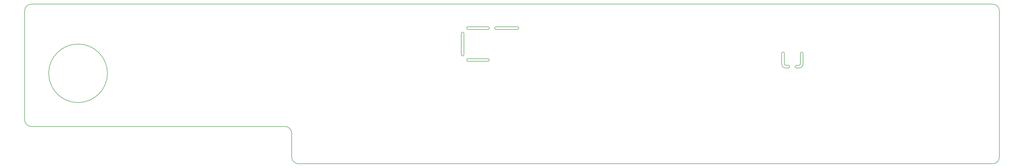
<source format=gbr>
%TF.GenerationSoftware,KiCad,Pcbnew,(5.0.0-rc2-dev-632-g76d3b6f04)*%
%TF.CreationDate,2018-06-22T22:14:38+02:00*%
%TF.ProjectId,MainBoard,4D61696E426F6172642E6B696361645F,rev?*%
%TF.SameCoordinates,Original*%
%TF.FileFunction,Profile,NP*%
%FSLAX46Y46*%
G04 Gerber Fmt 4.6, Leading zero omitted, Abs format (unit mm)*
G04 Created by KiCad (PCBNEW (5.0.0-rc2-dev-632-g76d3b6f04)) date 06/22/18 22:14:38*
%MOMM*%
%LPD*%
G01*
G04 APERTURE LIST*
%ADD10C,0.200000*%
G04 APERTURE END LIST*
D10*
X141000000Y-81500000D02*
X148500000Y-81500000D01*
X141000000Y-80500000D02*
X148500000Y-80500000D01*
X148500000Y-80500000D02*
G75*
G02X148500000Y-81500000I0J-500000D01*
G01*
X141000000Y-81500000D02*
G75*
G02X141000000Y-80500000I0J500000D01*
G01*
X139500000Y-71000000D02*
X139500000Y-79000000D01*
X138500000Y-71000000D02*
X138500000Y-79000000D01*
X139500000Y-79000000D02*
G75*
G02X138500000Y-79000000I-500000J0D01*
G01*
X138500000Y-71000000D02*
G75*
G02X139500000Y-71000000I500000J0D01*
G01*
X151500000Y-69500000D02*
X159500000Y-69500000D01*
X151500000Y-68500000D02*
X159500000Y-68500000D01*
X141000000Y-69500000D02*
X148500000Y-69500000D01*
X141000000Y-68500000D02*
X148500000Y-68500000D01*
X151500000Y-69500000D02*
G75*
G02X151500000Y-68500000I0J500000D01*
G01*
X148500000Y-68500000D02*
G75*
G02X148500000Y-69500000I0J-500000D01*
G01*
X159500000Y-68500000D02*
G75*
G02X159500000Y-69500000I0J-500000D01*
G01*
X141000000Y-69500000D02*
G75*
G02X141000000Y-68500000I0J500000D01*
G01*
X264000000Y-84000000D02*
X265000000Y-84000000D01*
X266500000Y-82500000D02*
X266500000Y-78500000D01*
X266500000Y-82500000D02*
G75*
G02X265000000Y-84000000I-1500000J0D01*
G01*
X265500000Y-82500000D02*
G75*
G02X265000000Y-83000000I-500000J0D01*
G01*
X260000000Y-84000000D02*
X261000000Y-84000000D01*
X258500000Y-78500000D02*
X258500000Y-82500000D01*
X260000000Y-84000000D02*
G75*
G02X258500000Y-82500000I0J1500000D01*
G01*
X265000000Y-83000000D02*
X264000000Y-83000000D01*
X265500000Y-78500000D02*
X265500000Y-82500000D01*
X265500000Y-78500000D02*
G75*
G02X266500000Y-78500000I500000J0D01*
G01*
X264000000Y-84000000D02*
G75*
G02X264000000Y-83000000I0J500000D01*
G01*
X260000000Y-83000000D02*
X261000000Y-83000000D01*
X259500000Y-78500000D02*
X259500000Y-82500000D01*
X260000000Y-83000000D02*
G75*
G02X259500000Y-82500000I0J500000D01*
G01*
X261000000Y-83000000D02*
G75*
G02X261000000Y-84000000I0J-500000D01*
G01*
X258500000Y-78500000D02*
G75*
G02X259500000Y-78500000I500000J0D01*
G01*
X72500000Y-106000000D02*
G75*
G02X75000000Y-108500000I0J-2500000D01*
G01*
X75000000Y-108500000D02*
X75000000Y-117500000D01*
X-22500000Y-106000000D02*
X72500000Y-106000000D01*
X6000000Y-86000000D02*
G75*
G03X6000000Y-86000000I-11000000J0D01*
G01*
X-25000000Y-62500000D02*
G75*
G02X-22500000Y-60000000I2500000J0D01*
G01*
X-22500000Y-106000000D02*
G75*
G02X-25000000Y-103500000I0J2500000D01*
G01*
X-25000000Y-62500000D02*
X-25000000Y-103500000D01*
X-22500000Y-60000000D02*
X337500000Y-60000000D01*
X337500000Y-60000000D02*
G75*
G02X340000000Y-62500000I0J-2500000D01*
G01*
X340000000Y-117500000D02*
G75*
G02X337500000Y-120000000I-2500000J0D01*
G01*
X77500000Y-120000000D02*
G75*
G02X75000000Y-117500000I0J2500000D01*
G01*
X337500000Y-120000000D02*
X77500000Y-120000000D01*
X340000000Y-62500000D02*
X340000000Y-117500000D01*
M02*

</source>
